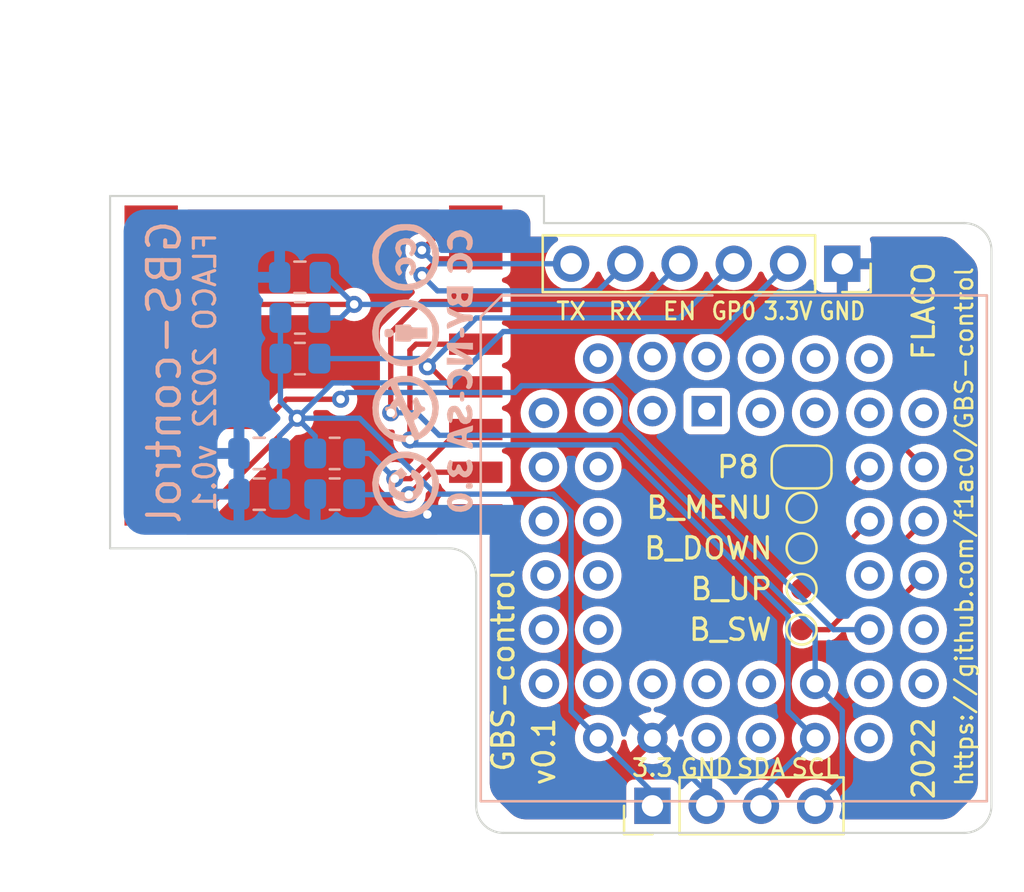
<source format=kicad_pcb>
(kicad_pcb (version 20221018) (generator pcbnew)
  (title_block (title "GBS-control board") (date "2022-10-22") (rev "0.1") (company "FLACO 2022 CC-BY-NC-SA"))
  (layers (0 "F.Cu" signal) (31 "B.Cu" signal) (34 "B.Paste" user) (35 "F.Paste" user) (36 "B.SilkS" user "B.Silkscreen") (37 "F.SilkS" user "F.Silkscreen") (38 "B.Mask" user) (39 "F.Mask" user) (44 "Edge.Cuts" user))
  (net 0 "")
  (net 19 "+3.3V")
  (net 20 "/GPIO0")
  (net 21 "/EN")
  (net 22 "/TXD0")
  (net 23 "/RXD0")
  (net 24 "GND")
  (net 25 "/DISABLE")
  (net 26 "/B_UP")
  (net 27 "/B_DOWN")
  (net 28 "/B_SW")
  (net 29 "/B_MENU")
  (net 30 "/RESET")
  (net 31 "/DEBUG")
  (net 32 "/SDA")
  (net 33 "/SCL")
  (net 39 "/GPIO15")
  (net 40 "/GPIO2")
  (footprint "TestPoint:TestPoint_Pad_D1.0mm" (layer "F.Cu") (at 145.415 90.805)
    (fp_text reference "TP2" hide)
    (fp_text value "B_DOWN")
    (pad "1" smd circle (at 0 0) (size 1 1) (layers "F.Cu" "F.Mask") (net 27 "/B_DOWN"))
  )
  (footprint "TestPoint:TestPoint_Pad_D1.0mm" (layer "F.Cu") (at 145.415 94.615)
    (fp_text reference "TP3" hide)
    (fp_text value "B_SW")
    (pad "1" smd circle (at 0 0) (size 1 1) (layers "F.Cu" "F.Mask") (net 28 "/B_SW"))
  )
  (footprint "Connector_PinSocket_2.54mm:PinSocket_1x06_P2.54mm_Vertical" (layer "F.Cu") (at 147.32 77.47 -90)
    (fp_text reference "J1" hide)
    (fp_text value "PROG")
    (pad "1" thru_hole rect (at 0 0 270) (size 1.7 1.7) (drill 1) (layers "*.Cu" "*.Mask") (net 24 "GND"))
    (pad "2" thru_hole oval (at 0 2.54 270) (size 1.7 1.7) (drill 1) (layers "*.Cu" "*.Mask") (net 19 "+3.3V"))
    (pad "3" thru_hole oval (at 0 5.08 270) (size 1.7 1.7) (drill 1) (layers "*.Cu" "*.Mask") (net 20 "/GPIO0"))
    (pad "4" thru_hole oval (at 0 7.62 270) (size 1.7 1.7) (drill 1) (layers "*.Cu" "*.Mask") (net 21 "/EN"))
    (pad "5" thru_hole oval (at 0 10.16 270) (size 1.7 1.7) (drill 1) (layers "*.Cu" "*.Mask") (net 23 "/RXD0"))
    (pad "6" thru_hole oval (at 0 12.7 270) (size 1.7 1.7) (drill 1) (layers "*.Cu" "*.Mask") (net 22 "/TXD0"))
  )
  (footprint "Jumper:SolderJumper-2_P1.3mm_Bridged_RoundedPad1.0x1.5mm" (layer "F.Cu") (at 145.415 86.995 180)
    (fp_text reference "JP1" hide)
    (fp_text value "Jumper_2_Bridged")
    (fp_poly (pts (xy 0.25 -0.3) (xy -0.25 -0.3) (xy -0.25 0.3) (xy 0.25 0.3)) (fill solid) (layer "F.Cu"))
    (pad "1" smd custom (at -0.65 0 180) (size 1 0.5) (layers "F.Cu" "F.Mask") (net 25 "/DISABLE") (options (clearance outline) (anchor rect)) (primitives (gr_circle (center 0 0.25) (end 0.5 0.25) (width 0) (fill yes)) (gr_circle (center 0 -0.25) (end 0.5 -0.25) (width 0) (fill yes)) (gr_poly (pts (xy 0.5 0.75) (xy 0 0.75) (xy 0 -0.75) (xy 0.5 -0.75)) (width 0) (fill yes))))
    (pad "2" smd custom (at 0.65 0 180) (size 1 0.5) (layers "F.Cu" "F.Mask") (net 24 "GND") (options (clearance outline) (anchor rect)) (primitives (gr_circle (center 0 0.25) (end 0.5 0.25) (width 0) (fill yes)) (gr_circle (center 0 -0.25) (end 0.5 -0.25) (width 0) (fill yes)) (gr_poly (pts (xy 0 0.75) (xy -0.5 0.75) (xy -0.5 -0.75) (xy 0 -0.75)) (width 0) (fill yes))))
  )
  (footprint "TestPoint:TestPoint_Pad_D1.0mm" (layer "F.Cu") (at 145.415 88.9)
    (fp_text reference "TP4" hide)
    (fp_text value "B_MENU")
    (pad "1" smd circle (at 0 0) (size 1 1) (layers "F.Cu" "F.Mask") (net 29 "/B_MENU"))
  )
  (footprint "Sassa:ESP-12E_No-bottom-pins" (layer "F.Cu") (at 122.555 78.74)
    (fp_text reference "U2" hide)
    (fp_text value "ESP-12F")
    (pad "1" smd rect (at -7.6 -3.5) (size 2.5 1) (layers "F.Cu" "F.Paste" "F.Mask"))
    (pad "2" smd rect (at -7.6 -1.5) (size 2.5 1) (layers "F.Cu" "F.Paste" "F.Mask"))
    (pad "3" smd rect (at -7.6 0.5) (size 2.5 1) (layers "F.Cu" "F.Paste" "F.Mask") (net 21 "/EN"))
    (pad "4" smd rect (at -7.6 2.5) (size 2.5 1) (layers "F.Cu" "F.Paste" "F.Mask"))
    (pad "5" smd rect (at -7.6 4.5) (size 2.5 1) (layers "F.Cu" "F.Paste" "F.Mask"))
    (pad "6" smd rect (at -7.6 6.5) (size 2.5 1) (layers "F.Cu" "F.Paste" "F.Mask") (net 31 "/DEBUG"))
    (pad "7" smd rect (at -7.6 8.5) (size 2.5 1) (layers "F.Cu" "F.Paste" "F.Mask"))
    (pad "8" smd rect (at -7.6 10.5) (size 2.5 1) (layers "F.Cu" "F.Paste" "F.Mask") (net 19 "+3.3V"))
    (pad "15" smd rect (at 7.6 10.5) (size 2.5 1) (layers "F.Cu" "F.Paste" "F.Mask") (net 24 "GND"))
    (pad "16" smd rect (at 7.6 8.5) (size 2.5 1) (layers "F.Cu" "F.Paste" "F.Mask") (net 39 "/GPIO15"))
    (pad "17" smd rect (at 7.6 6.5) (size 2.5 1) (layers "F.Cu" "F.Paste" "F.Mask") (net 40 "/GPIO2"))
    (pad "18" smd rect (at 7.6 4.5) (size 2.5 1) (layers "F.Cu" "F.Paste" "F.Mask") (net 20 "/GPIO0"))
    (pad "19" smd rect (at 7.6 2.5) (size 2.5 1) (layers "F.Cu" "F.Paste" "F.Mask") (net 32 "/SDA"))
    (pad "20" smd rect (at 7.6 0.5) (size 2.5 1) (layers "F.Cu" "F.Paste" "F.Mask") (net 33 "/SCL"))
    (pad "21" smd rect (at 7.6 -1.5) (size 2.5 1) (layers "F.Cu" "F.Paste" "F.Mask") (net 23 "/RXD0"))
    (pad "22" smd rect (at 7.6 -3.5) (size 2.5 1) (layers "F.Cu" "F.Paste" "F.Mask") (net 22 "/TXD0"))
    (zone (net 0) (net_name "") (layers "*.Cu") (connect_pads (clearance 0)) (min_thickness 0.254)
      (keepout (tracks not_allowed) (vias not_allowed) (pads not_allowed) (copperpour not_allowed) (footprints not_allowed))
      (fill (thermal_gap 0.508) (thermal_bridge_width 0.508))
      (polygon (pts (xy 114.435 73.94) (xy 130.675 73.94) (xy 130.675 66.62) (xy 114.435 66.62)))
    )
  )
  (footprint "Connector_PinHeader_2.54mm:PinHeader_1x04_P2.54mm_Vertical" (layer "F.Cu") (at 138.43 102.87 90)
    (fp_text reference "J2" hide)
    (fp_text value "Clock port")
    (pad "1" thru_hole rect (at 0 0 90) (size 1.7 1.7) (drill 1) (layers "*.Cu" "*.Mask") (net 19 "+3.3V"))
    (pad "2" thru_hole oval (at 0 2.54 90) (size 1.7 1.7) (drill 1) (layers "*.Cu" "*.Mask") (net 24 "GND"))
    (pad "3" thru_hole oval (at 0 5.08 90) (size 1.7 1.7) (drill 1) (layers "*.Cu" "*.Mask") (net 32 "/SDA"))
    (pad "4" thru_hole oval (at 0 7.62 90) (size 1.7 1.7) (drill 1) (layers "*.Cu" "*.Mask") (net 33 "/SCL"))
  )
  (footprint "TestPoint:TestPoint_Pad_D1.0mm" (layer "F.Cu") (at 145.415 92.71)
    (fp_text reference "TP1" hide)
    (fp_text value "B_UP")
    (pad "1" smd circle (at 0 0) (size 1 1) (layers "F.Cu" "F.Mask") (net 26 "/B_UP"))
  )
  (footprint "Capacitor_SMD:C_0805_2012Metric" (layer "B.Cu") (at 120.015 86.36 180)
    (fp_text reference "C1" hide)
    (fp_text value "10u")
    (pad "1" smd roundrect (at -0.95 0 180) (size 1 1.45) (layers "B.Cu" "B.Paste" "B.Mask") (net 19 "+3.3V"))
    (pad "2" smd roundrect (at 0.95 0 180) (size 1 1.45) (layers "B.Cu" "B.Paste" "B.Mask") (net 24 "GND"))
  )
  (footprint "Resistor_SMD:R_0805_2012Metric" (layer "B.Cu") (at 121.92 81.915)
    (fp_text reference "R4" hide)
    (fp_text value "10K")
    (pad "1" smd roundrect (at -0.9125 0) (size 1.025 1.4) (layers "B.Cu" "B.Paste" "B.Mask") (roundrect_rratio 0.243902) (net 19 "+3.3V"))
    (pad "2" smd roundrect (at 0.9125 0) (size 1.025 1.4) (layers "B.Cu" "B.Paste" "B.Mask") (roundrect_rratio 0.243902) (net 20 "/GPIO0"))
  )
  (footprint "Capacitor_SMD:C_0805_2012Metric" (layer "B.Cu") (at 121.92 78.105 180)
    (fp_text reference "C3" hide)
    (fp_text value "100n")
    (pad "1" smd roundrect (at -0.95 0 180) (size 1 1.45) (layers "B.Cu" "B.Paste" "B.Mask") (net 21 "/EN"))
    (pad "2" smd roundrect (at 0.95 0 180) (size 1 1.45) (layers "B.Cu" "B.Paste" "B.Mask") (net 24 "GND"))
  )
  (footprint "Resistor_SMD:R_0805_2012Metric" (layer "B.Cu") (at 123.5475 86.36)
    (fp_text reference "R3" hide)
    (fp_text value "10K")
    (pad "1" smd roundrect (at -0.9125 0) (size 1.025 1.4) (layers "B.Cu" "B.Paste" "B.Mask") (roundrect_rratio 0.243902) (net 19 "+3.3V"))
    (pad "2" smd roundrect (at 0.9125 0) (size 1.025 1.4) (layers "B.Cu" "B.Paste" "B.Mask") (roundrect_rratio 0.243902) (net 40 "/GPIO2"))
  )
  (footprint "Capacitor_SMD:C_0805_2012Metric" (layer "B.Cu") (at 120.015 88.265 180)
    (fp_text reference "C2" hide)
    (fp_text value "100n")
    (pad "1" smd roundrect (at -0.95 0 180) (size 1 1.45) (layers "B.Cu" "B.Paste" "B.Mask") (net 19 "+3.3V"))
    (pad "2" smd roundrect (at 0.95 0 180) (size 1 1.45) (layers "B.Cu" "B.Paste" "B.Mask") (net 24 "GND"))
  )
  (footprint "Sassa:PLCC-44_THT-SocketOnTop" (layer "B.Cu") (at 135.89 92.075 -90)
    (fp_text reference "U1" hide)
    (fp_text value "PLCC-44 socket")
    (pad "1" thru_hole rect (at -7.6962 -5.08 270) (size 1.4224 1.4224) (drill 0.8) (layers "*.Cu" "*.Mask"))
    (pad "2" thru_hole circle (at -10.2362 -5.08 270) (size 1.4224 1.4224) (drill 0.8) (layers "*.Cu" "*.Mask"))
    (pad "3" thru_hole circle (at -7.6962 -2.54 270) (size 1.4224 1.4224) (drill 0.8) (layers "*.Cu" "*.Mask"))
    (pad "4" thru_hole circle (at -10.2362 -2.54 270) (size 1.4224 1.4224) (drill 0.8) (layers "*.Cu" "*.Mask"))
    (pad "5" thru_hole circle (at -7.6962 0 270) (size 1.4224 1.4224) (drill 0.8) (layers "*.Cu" "*.Mask"))
    (pad "6" thru_hole circle (at -10.16 0 270) (size 1.4224 1.4224) (drill 0.8) (layers "*.Cu" "*.Mask"))
    (pad "7" thru_hole circle (at -7.62 2.54 270) (size 1.4224 1.4224) (drill 0.8) (layers "*.Cu" "*.Mask"))
    (pad "8" thru_hole circle (at -5.08 0 270) (size 1.4224 1.4224) (drill 0.8) (layers "*.Cu" "*.Mask"))
    (pad "9" thru_hole circle (at -5.08 2.54 270) (size 1.4224 1.4224) (drill 0.8) (layers "*.Cu" "*.Mask"))
    (pad "10" thru_hole circle (at -2.54 0 270) (size 1.4224 1.4224) (drill 0.8) (layers "*.Cu" "*.Mask"))
    (pad "11" thru_hole circle (at -2.54 2.54 270) (size 1.4224 1.4224) (drill 0.8) (layers "*.Cu" "*.Mask"))
    (pad "12" thru_hole circle (at 0 0 270) (size 1.4224 1.4224) (drill 0.8) (layers "*.Cu" "*.Mask"))
    (pad "13" thru_hole circle (at 0 2.4638 270) (size 1.4224 1.4224) (drill 0.8) (layers "*.Cu" "*.Mask"))
    (pad "14" thru_hole circle (at 2.54 0 270) (size 1.4224 1.4224) (drill 0.8) (layers "*.Cu" "*.Mask"))
    (pad "15" thru_hole circle (at 2.54 2.54 270) (size 1.4224 1.4224) (drill 0.8) (layers "*.Cu" "*.Mask"))
    (pad "16" thru_hole circle (at 5.08 0 270) (size 1.4224 1.4224) (drill 0.8) (layers "*.Cu" "*.Mask"))
    (pad "17" thru_hole circle (at 5.08 2.54 270) (size 1.4224 1.4224) (drill 0.8) (layers "*.Cu" "*.Mask"))
    (pad "18" thru_hole circle (at 7.62 0 270) (size 1.4224 1.4224) (drill 0.8) (layers "*.Cu" "*.Mask") (net 19 "+3.3V"))
    (pad "19" thru_hole circle (at 5.08 -2.54 270) (size 1.4224 1.4224) (drill 0.8) (layers "*.Cu" "*.Mask"))
    (pad "20" thru_hole circle (at 7.62 -2.54 270) (size 1.4224 1.4224) (drill 0.8) (layers "*.Cu" "*.Mask") (net 24 "GND"))
    (pad "21" thru_hole circle (at 5.08 -5.08 270) (size 1.4224 1.4224) (drill 0.8) (layers "*.Cu" "*.Mask"))
    (pad "22" thru_hole circle (at 7.62 -5.08 270) (size 1.4224 1.4224) (drill 0.8) (layers "*.Cu" "*.Mask"))
    (pad "23" thru_hole circle (at 5.08 -7.62 270) (size 1.4224 1.4224) (drill 0.8) (layers "*.Cu" "*.Mask"))
    (pad "24" thru_hole circle (at 7.62 -7.62 270) (size 1.4224 1.4224) (drill 0.8) (layers "*.Cu" "*.Mask"))
    (pad "25" thru_hole circle (at 5.08 -10.16 270) (size 1.4224 1.4224) (drill 0.8) (layers "*.Cu" "*.Mask") (net 33 "/SCL"))
    (pad "26" thru_hole circle (at 7.62 -10.16 270) (size 1.4224 1.4224) (drill 0.8) (layers "*.Cu" "*.Mask") (net 32 "/SDA"))
    (pad "27" thru_hole circle (at 5.08 -12.7 270) (size 1.4224 1.4224) (drill 0.8) (layers "*.Cu" "*.Mask"))
    (pad "28" thru_hole circle (at 7.62 -12.7 270) (size 1.4224 1.4224) (drill 0.8) (layers "*.Cu" "*.Mask"))
    (pad "29" thru_hole circle (at 5.08 -15.24 270) (size 1.4224 1.4224) (drill 0.8) (layers "*.Cu" "*.Mask"))
    (pad "30" thru_hole circle (at 2.54 -12.7 270) (size 1.4224 1.4224) (drill 0.8) (layers "*.Cu" "*.Mask") (net 31 "/DEBUG"))
    (pad "31" thru_hole circle (at 2.54 -15.24 270) (size 1.4224 1.4224) (drill 0.8) (layers "*.Cu" "*.Mask") (net 30 "/RESET"))
    (pad "32" thru_hole circle (at 0 -12.7 270) (size 1.4224 1.4224) (drill 0.8) (layers "*.Cu" "*.Mask"))
    (pad "33" thru_hole circle (at 0 -15.24 270) (size 1.4224 1.4224) (drill 0.8) (layers "*.Cu" "*.Mask") (net 28 "/B_SW"))
    (pad "34" thru_hole circle (at -2.54 -12.7 270) (size 1.4224 1.4224) (drill 0.8) (layers "*.Cu" "*.Mask") (net 27 "/B_DOWN"))
    (pad "35" thru_hole circle (at -2.54 -15.24 270) (size 1.4224 1.4224) (drill 0.8) (layers "*.Cu" "*.Mask") (net 26 "/B_UP"))
    (pad "36" thru_hole circle (at -5.08 -12.7 270) (size 1.4224 1.4224) (drill 0.8) (layers "*.Cu" "*.Mask") (net 29 "/B_MENU"))
    (pad "37" thru_hole circle (at -5.08 -15.24 270) (size 1.4224 1.4224) (drill 0.8) (layers "*.Cu" "*.Mask") (net 25 "/DISABLE"))
    (pad "38" thru_hole circle (at -7.62 -12.7 270) (size 1.4224 1.4224) (drill 0.8) (layers "*.Cu" "*.Mask"))
    (pad "39" thru_hole circle (at -7.62 -15.24 270) (size 1.4224 1.4224) (drill 0.8) (layers "*.Cu" "*.Mask"))
    (pad "40" thru_hole circle (at -10.16 -12.7 270) (size 1.4224 1.4224) (drill 0.8) (layers "*.Cu" "*.Mask"))
    (pad "41" thru_hole circle (at -7.62 -10.16 270) (size 1.4224 1.4224) (drill 0.8) (layers "*.Cu" "*.Mask"))
    (pad "42" thru_hole circle (at -10.16 -10.16 270) (size 1.4224 1.4224) (drill 0.8) (layers "*.Cu" "*.Mask"))
    (pad "43" thru_hole circle (at -7.62 -7.62 270) (size 1.4224 1.4224) (drill 0.8) (layers "*.Cu" "*.Mask"))
    (pad "44" thru_hole circle (at -10.16 -7.62 270) (size 1.4224 1.4224) (drill 0.8) (layers "*.Cu" "*.Mask"))
  )
  (footprint "Sassa:CC_BY_NC_SA_long_silkscreen" (layer "B.Cu") (at 127.635 82.55 -90)
    (fp_text reference "FID1" hide)
    (fp_text value "License" hide)
  )
  (footprint "Resistor_SMD:R_0805_2012Metric" (layer "B.Cu") (at 121.92 80.01)
    (fp_text reference "R1" hide)
    (fp_text value "10K")
    (pad "1" smd roundrect (at -0.9125 0) (size 1.025 1.4) (layers "B.Cu" "B.Paste" "B.Mask") (roundrect_rratio 0.243902) (net 19 "+3.3V"))
    (pad "2" smd roundrect (at 0.9125 0) (size 1.025 1.4) (layers "B.Cu" "B.Paste" "B.Mask") (roundrect_rratio 0.243902) (net 21 "/EN"))
  )
  (footprint "Resistor_SMD:R_0805_2012Metric" (layer "B.Cu") (at 123.5475 88.265 180)
    (fp_text reference "R2" hide)
    (fp_text value "10K")
    (pad "1" smd roundrect (at -0.9125 0 180) (size 1.025 1.4) (layers "B.Cu" "B.Paste" "B.Mask") (roundrect_rratio 0.243902) (net 39 "/GPIO15"))
    (pad "2" smd roundrect (at 0.9125 0 180) (size 1.025 1.4) (layers "B.Cu" "B.Paste" "B.Mask") (roundrect_rratio 0.243902) (net 24 "GND"))
  )
  (gr_arc (start 128.905 90.805) (mid 129.803026 91.176974) (end 130.175 92.075) (stroke (width 0.1)) (layer "Edge.Cuts"))
  (gr_line (start 133.35 75.565) (end 153.035 75.565) (stroke (width 0.1)) (layer "Edge.Cuts"))
  (gr_line (start 131.445 104.14) (end 153.035 104.14) (stroke (width 0.1)) (layer "Edge.Cuts"))
  (gr_arc (start 154.305 102.87) (mid 153.933026 103.768026) (end 153.035 104.14) (stroke (width 0.1)) (layer "Edge.Cuts"))
  (gr_line (start 113.03 74.295) (end 113.03 90.805) (stroke (width 0.1)) (layer "Edge.Cuts"))
  (gr_line (start 133.35 74.295) (end 113.03 74.295) (stroke (width 0.1)) (layer "Edge.Cuts"))
  (gr_arc (start 131.445 104.14) (mid 130.546974 103.768026) (end 130.175 102.87) (stroke (width 0.1)) (layer "Edge.Cuts"))
  (gr_line (start 130.175 92.075) (end 130.175 102.87) (stroke (width 0.1)) (layer "Edge.Cuts"))
  (gr_arc (start 153.035 75.565) (mid 153.933026 75.936974) (end 154.305 76.835) (stroke (width 0.1)) (layer "Edge.Cuts"))
  (gr_line (start 154.305 102.87) (end 154.305 76.835) (stroke (width 0.1)) (layer "Edge.Cuts"))
  (gr_line (start 113.03 90.805) (end 128.905 90.805) (stroke (width 0.1)) (layer "Edge.Cuts"))
  (gr_line (start 133.35 74.295) (end 133.35 75.565) (stroke (width 0.1)) (layer "Edge.Cuts"))
  (gr_text "GBS-control" (at 115.57 82.55 90) (layer "B.SilkS") (effects (font (size 1.5 1.5) (thickness 0.19)) (justify mirror)))
  (gr_text "FLACO 2022 v0.1" (at 117.475 82.55 90) (layer "B.SilkS") (effects (font (size 1 1)) (justify mirror)))
  (gr_text "SCL" (at 146.05 101.092) (layer "F.SilkS") (effects (font (size 0.8 0.8) (thickness 0.13))))
  (gr_text "GP0" (at 142.24 79.6925) (layer "F.SilkS") (effects (font (size 0.8 0.7) (thickness 0.13))))
  (gr_text "FLACO" (at 151.13 79.6925 90) (layer "F.SilkS") (effects (font (size 1 1))))
  (gr_text "B_UP" (at 144.125102 92.71) (layer "F.SilkS") (effects (font (size 1 1)) (justify right)))
  (gr_text "GND" (at 140.97 101.092) (layer "F.SilkS") (effects (font (size 0.8 0.8) (thickness 0.13))))
  (gr_text "EN" (at 139.7 79.6925) (layer "F.SilkS") (effects (font (size 0.8 0.8) (thickness 0.13))))
  (gr_text "3.3V" (at 144.78 79.6925) (layer "F.SilkS") (effects (font (size 0.8 0.7) (thickness 0.13))))
  (gr_text "B_DOWN" (at 144.145 90.805) (layer "F.SilkS") (effects (font (size 1 1)) (justify right)))
  (gr_text "GND" (at 147.32 79.6925) (layer "F.SilkS") (effects (font (size 0.8 0.7) (thickness 0.13))))
  (gr_text "3.3" (at 138.43 101.092) (layer "F.SilkS") (effects (font (size 0.8 0.8) (thickness 0.13))))
  (gr_text "B_SW" (at 144.105204 94.615) (layer "F.SilkS") (effects (font (size 1 1)) (justify right)))
  (gr_text "TX" (at 134.62 79.6925) (layer "F.SilkS") (effects (font (size 0.8 0.8) (thickness 0.13))))
  (gr_text "v0.1" (at 133.35 100.33 90) (layer "F.SilkS") (effects (font (size 1 1))))
  (gr_text "P8" (at 143.51 86.995) (layer "F.SilkS") (effects (font (size 1 1)) (justify right)))
  (gr_text "2022" (at 151.13 100.6475 90) (layer "F.SilkS") (effects (font (size 1 1))))
  (gr_text "SDA" (at 143.51 101.092) (layer "F.SilkS") (effects (font (size 0.8 0.8) (thickness 0.13))))
  (gr_text "B_MENU" (at 144.153678 88.9) (layer "F.SilkS") (effects (font (size 1 1)) (justify right)))
  (gr_text "https://github.com/f1ac0/GBS-control" (at 153.035 89.789 90) (layer "F.SilkS") (effects (font (size 0.8 0.8) (thickness 0.12))))
  (gr_text "GBS-control" (at 131.445 96.52 90) (layer "F.SilkS") (effects (font (size 1 1))))
  (gr_text "RX" (at 137.16 79.6925) (layer "F.SilkS") (effects (font (size 0.8 0.8) (thickness 0.13))))
  (segment (start 115.295 88.9) (end 114.955 89.24) (width 0.25) (layer "F.Cu") (net 19))
  (segment (start 117.602 88.9) (end 115.295 88.9) (width 0.25) (layer "F.Cu") (net 19))
  (segment (start 121.793 84.709) (end 117.602 88.9) (width 0.25) (layer "F.Cu") (net 19))
  (via (at 121.793 84.709) (size 0.8) (drill 0.4) (layers "F.Cu" "B.Cu") (net 19))
  (segment (start 135.89 99.695) (end 138.43 102.235) (width 0.25) (layer "B.Cu") (net 19))
  (segment (start 134.62 89.1006) (end 134.62 98.425) (width 0.25) (layer "B.Cu") (net 19))
  (segment (start 133.7844 88.265) (end 134.62 89.1006) (width 0.25) (layer "B.Cu") (net 19))
  (segment (start 121.793 84.709) (end 124.714 84.709) (width 0.25) (layer "B.Cu") (net 19))
  (segment (start 141.605 80.645) (end 144.78 77.47) (width 0.25) (layer "B.Cu") (net 19))
  (segment (start 128.27 88.265) (end 133.7844 88.265) (width 0.25) (layer "B.Cu") (net 19))
  (segment (start 123.9575 83.0525) (end 129.0375 83.0525) (width 0.25) (layer "B.Cu") (net 19))
  (segment (start 122.635 86.36) (end 122.635 85.551) (width 0.25) (layer "B.Cu") (net 19))
  (segment (start 123.4495 83.0525) (end 123.9575 83.0525) (width 0.25) (layer "B.Cu") (net 19))
  (segment (start 129.0375 83.0525) (end 131.445 80.645) (width 0.25) (layer "B.Cu") (net 19))
  (segment (start 121.793 84.709) (end 123.4495 83.0525) (width 0.25) (layer "B.Cu") (net 19))
  (segment (start 131.445 80.645) (end 141.605 80.645) (width 0.25) (layer "B.Cu") (net 19))
  (segment (start 120.965 85.537) (end 121.793 84.709) (width 0.25) (layer "B.Cu") (net 19))
  (segment (start 121.0075 81.915) (end 121.0075 80.01) (width 0.25) (layer "B.Cu") (net 19))
  (segment (start 121.0075 81.915) (end 121.0075 83.9235) (width 0.25) (layer "B.Cu") (net 19))
  (segment (start 124.714 84.709) (end 128.27 88.265) (width 0.25) (layer "B.Cu") (net 19))
  (segment (start 122.635 85.551) (end 121.793 84.709) (width 0.25) (layer "B.Cu") (net 19))
  (segment (start 121.0075 83.9235) (end 121.793 84.709) (width 0.25) (layer "B.Cu") (net 19))
  (segment (start 134.62 98.425) (end 135.89 99.695) (width 0.25) (layer "B.Cu") (net 19))
  (segment (start 138.43 102.235) (end 138.43 102.87) (width 0.25) (layer "B.Cu") (net 19))
  (segment (start 120.965 88.265) (end 120.965 86.36) (width 0.25) (layer "B.Cu") (net 19))
  (segment (start 120.965 86.36) (end 120.965 85.537) (width 0.25) (layer "B.Cu") (net 19))
  (segment (start 128.96 83.24) (end 130.155 83.24) (width 0.25) (layer "F.Cu") (net 20))
  (segment (start 127.889 82.296) (end 128.016 82.296) (width 0.25) (layer "F.Cu") (net 20))
  (segment (start 128.016 82.296) (end 128.96 83.24) (width 0.25) (layer "F.Cu") (net 20))
  (via (at 127.889 82.296) (size 0.8) (drill 0.4) (layers "F.Cu" "B.Cu") (net 20))
  (segment (start 130.175 80.01) (end 139.7 80.01) (width 0.25) (layer "B.Cu") (net 20))
  (segment (start 127.889 82.296) (end 130.175 80.01) (width 0.25) (layer "B.Cu") (net 20))
  (segment (start 127.508 81.915) (end 127.889 82.296) (width 0.25) (layer "B.Cu") (net 20))
  (segment (start 139.7 80.01) (end 142.24 77.47) (width 0.25) (layer "B.Cu") (net 20))
  (segment (start 122.8325 81.915) (end 127.508 81.915) (width 0.25) (layer "B.Cu") (net 20))
  (segment (start 124.46 79.375) (end 115.09 79.375) (width 0.25) (layer "F.Cu") (net 21))
  (segment (start 115.09 79.375) (end 114.955 79.24) (width 0.25) (layer "F.Cu") (net 21))
  (via (at 124.46 79.375) (size 0.8) (drill 0.4) (layers "F.Cu" "B.Cu") (net 21))
  (segment (start 122.87 78.105) (end 123.19 78.105) (width 0.25) (layer "B.Cu") (net 21))
  (segment (start 123.19 78.105) (end 124.46 79.375) (width 0.25) (layer "B.Cu") (net 21))
  (segment (start 123.825 80.01) (end 124.46 79.375) (width 0.25) (layer "B.Cu") (net 21))
  (segment (start 137.795 79.375) (end 139.7 77.47) (width 0.25) (layer "B.Cu") (net 21))
  (segment (start 124.46 79.375) (end 137.795 79.375) (width 0.25) (layer "B.Cu") (net 21))
  (segment (start 122.8325 80.01) (end 123.825 80.01) (width 0.25) (layer "B.Cu") (net 21))
  (segment (start 127.635 76.835) (end 129.23 75.24) (width 0.25) (layer "F.Cu") (net 22))
  (segment (start 129.23 75.24) (end 130.155 75.24) (width 0.25) (layer "F.Cu") (net 22))
  (via (at 127.635 76.835) (size 0.8) (drill 0.4) (layers "F.Cu" "B.Cu") (net 22))
  (segment (start 128.27 77.47) (end 134.62 77.47) (width 0.25) (layer "B.Cu") (net 22))
  (segment (start 127.635 76.835) (end 128.27 77.47) (width 0.25) (layer "B.Cu") (net 22))
  (segment (start 128.4105 77.24) (end 130.155 77.24) (width 0.25) (layer "F.Cu") (net 23))
  (segment (start 127.635 78.0155) (end 128.4105 77.24) (width 0.25) (layer "F.Cu") (net 23))
  (via (at 127.635 78.0155) (size 0.8) (drill 0.4) (layers "F.Cu" "B.Cu") (net 23))
  (segment (start 128.3595 78.74) (end 135.89 78.74) (width 0.25) (layer "B.Cu") (net 23))
  (segment (start 135.89 78.74) (end 137.16 77.47) (width 0.25) (layer "B.Cu") (net 23))
  (segment (start 127.635 78.0155) (end 128.3595 78.74) (width 0.25) (layer "B.Cu") (net 23))
  (via (at 127.889 89.2175) (size 0.8) (drill 0.4) (layers "F.Cu" "B.Cu") (net 24))
  (segment (start 138.43 99.695) (end 140.97 102.235) (width 0.25) (layer "B.Cu") (net 24))
  (segment (start 140.97 102.235) (end 140.97 102.87) (width 0.25) (layer "B.Cu") (net 24))
  (segment (start 149.86 85.725) (end 147.955 85.725) (width 0.25) (layer "F.Cu") (net 25))
  (segment (start 146.685 86.995) (end 146.065 86.995) (width 0.25) (layer "F.Cu") (net 25))
  (segment (start 151.13 86.995) (end 149.86 85.725) (width 0.25) (layer "F.Cu") (net 25))
  (segment (start 147.955 85.725) (end 146.685 86.995) (width 0.25) (layer "F.Cu") (net 25))
  (segment (start 146.051396 92.71) (end 147.956396 90.805) (width 0.25) (layer "F.Cu") (net 26))
  (segment (start 147.956396 90.805) (end 149.86 90.805) (width 0.25) (layer "F.Cu") (net 26))
  (segment (start 149.86 90.805) (end 151.13 89.535) (width 0.25) (layer "F.Cu") (net 26))
  (segment (start 145.415 92.71) (end 146.051396 92.71) (width 0.25) (layer "F.Cu") (net 26))
  (segment (start 145.415 90.805) (end 147.32 90.805) (width 0.25) (layer "F.Cu") (net 27))
  (segment (start 147.32 90.805) (end 148.59 89.535) (width 0.25) (layer "F.Cu") (net 27))
  (segment (start 147.955 93.345) (end 149.86 93.345) (width 0.25) (layer "F.Cu") (net 28))
  (segment (start 146.685 94.615) (end 147.955 93.345) (width 0.25) (layer "F.Cu") (net 28))
  (segment (start 145.415 94.615) (end 146.685 94.615) (width 0.25) (layer "F.Cu") (net 28))
  (segment (start 149.86 93.345) (end 151.13 92.075) (width 0.25) (layer "F.Cu") (net 28))
  (segment (start 146.685 88.9) (end 148.59 86.995) (width 0.25) (layer "F.Cu") (net 29))
  (segment (start 145.415 88.9) (end 146.685 88.9) (width 0.25) (layer "F.Cu") (net 29))
  (segment (start 121.285 83.82) (end 120.015 85.09) (width 0.25) (layer "F.Cu") (net 31))
  (segment (start 115.105 85.09) (end 114.955 85.24) (width 0.25) (layer "F.Cu") (net 31))
  (segment (start 123.825 83.82) (end 121.285 83.82) (width 0.25) (layer "F.Cu") (net 31))
  (segment (start 120.015 85.09) (end 115.105 85.09) (width 0.25) (layer "F.Cu") (net 31))
  (via (at 123.825 83.82) (size 0.8) (drill 0.4) (layers "F.Cu" "B.Cu") (net 31))
  (segment (start 123.825 83.82) (end 124.1425 83.5025) (width 0.25) (layer "B.Cu") (net 31))
  (segment (start 131.982296 83.5025) (end 132.299796 83.185) (width 0.25) (layer "B.Cu") (net 31))
  (segment (start 137.16 84.870204) (end 146.904796 94.615) (width 0.25) (layer "B.Cu") (net 31))
  (segment (start 146.904796 94.615) (end 148.59 94.615) (width 0.25) (layer "B.Cu") (net 31))
  (segment (start 137.16 83.82) (end 137.16 84.870204) (width 0.25) (layer "B.Cu") (net 31))
  (segment (start 132.299796 83.185) (end 136.525 83.185) (width 0.25) (layer "B.Cu") (net 31))
  (segment (start 124.1425 83.5025) (end 131.982296 83.5025) (width 0.25) (layer "B.Cu") (net 31))
  (segment (start 136.525 83.185) (end 137.16 83.82) (width 0.25) (layer "B.Cu") (net 31))
  (segment (start 127.071755 81.524695) (end 127.35645 81.24) (width 0.25) (layer "F.Cu") (net 32))
  (segment (start 127.071755 85.725) (end 127.071755 81.524695) (width 0.25) (layer "F.Cu") (net 32))
  (segment (start 127.35645 81.24) (end 130.155 81.24) (width 0.25) (layer "F.Cu") (net 32))
  (via (at 127.071755 85.725) (size 0.8) (drill 0.4) (layers "F.Cu" "B.Cu") (net 32))
  (segment (start 127.305555 85.9588) (end 136.7588 85.9588) (width 0.25) (layer "B.Cu") (net 32))
  (segment (start 144.78 98.425) (end 146.05 99.695) (width 0.25) (layer "B.Cu") (net 32))
  (segment (start 144.78 93.98) (end 144.78 98.425) (width 0.25) (layer "B.Cu") (net 32))
  (segment (start 127.071755 85.725) (end 127.305555 85.9588) (width 0.25) (layer "B.Cu") (net 32))
  (segment (start 143.51 102.235) (end 146.05 99.695) (width 0.25) (layer "B.Cu") (net 32))
  (segment (start 143.51 102.87) (end 143.51 102.235) (width 0.25) (layer "B.Cu") (net 32))
  (segment (start 136.7588 85.9588) (end 144.78 93.98) (width 0.25) (layer "B.Cu") (net 32))
  (segment (start 126.1745 80.7005) (end 127.635 79.24) (width 0.25) (layer "F.Cu") (net 33))
  (segment (start 126.1745 84.455) (end 126.1745 80.7005) (width 0.25) (layer "F.Cu") (net 33))
  (segment (start 127.635 79.24) (end 130.155 79.24) (width 0.25) (layer "F.Cu") (net 33))
  (via (at 126.1745 84.455) (size 0.8) (drill 0.4) (layers "F.Cu" "B.Cu") (net 33))
  (segment (start 128.444105 85.5088) (end 136.945196 85.5088) (width 0.25) (layer "B.Cu") (net 33))
  (segment (start 147.32 101.6) (end 146.05 102.87) (width 0.25) (layer "B.Cu") (net 33))
  (segment (start 126.1745 84.455) (end 127.390305 84.455) (width 0.25) (layer "B.Cu") (net 33))
  (segment (start 146.05 94.613604) (end 146.05 97.155) (width 0.25) (layer "B.Cu") (net 33))
  (segment (start 146.05 97.155) (end 147.32 98.425) (width 0.25) (layer "B.Cu") (net 33))
  (segment (start 136.945196 85.5088) (end 146.05 94.613604) (width 0.25) (layer "B.Cu") (net 33))
  (segment (start 147.32 98.425) (end 147.32 101.6) (width 0.25) (layer "B.Cu") (net 33))
  (segment (start 127.390305 84.455) (end 128.444105 85.5088) (width 0.25) (layer "B.Cu") (net 33))
  (segment (start 128.075957 87.24) (end 130.155 87.24) (width 0.25) (layer "F.Cu") (net 39))
  (segment (start 127.023801 88.292156) (end 128.075957 87.24) (width 0.25) (layer "F.Cu") (net 39))
  (via (at 127.023801 88.292156) (size 0.8) (drill 0.4) (layers "F.Cu" "B.Cu") (net 39))
  (segment (start 127.023801 88.292156) (end 124.487156 88.292156) (width 0.25) (layer "B.Cu") (net 39))
  (segment (start 124.487156 88.292156) (end 124.46 88.265) (width 0.25) (layer "B.Cu") (net 39))
  (segment (start 129.405 85.24) (end 130.155 85.24) (width 0.25) (layer "F.Cu") (net 40))
  (segment (start 126.365 87.5405) (end 127.1045 87.5405) (width 0.25) (layer "F.Cu") (net 40))
  (segment (start 127.1045 87.5405) (end 129.405 85.24) (width 0.25) (layer "F.Cu") (net 40))
  (via (at 126.365 87.5405) (size 0.8) (drill 0.4) (layers "F.Cu" "B.Cu") (net 40))
  (segment (start 126.365 87.5405) (end 125.1845 86.36) (width 0.25) (layer "B.Cu") (net 40))
  (segment (start 125.1845 86.36) (end 124.46 86.36) (width 0.25) (layer "B.Cu") (net 40))
  (zone (net 24) (net_name "GND") (layers "F&B.Cu") (connect_pads (clearance 0.381)) (min_thickness 0.254) (fill yes (thermal_gap 0.508) (thermal_bridge_width 0.508) (smoothing fillet) (radius 1))
    (polygon (pts (xy 153.67 102.235) (xy 152.4 103.505) (xy 132.08 103.505) (xy 130.81 102.235) (xy 130.81 90.17) (xy 113.665 90.17) (xy 113.665 74.93) (xy 132.715 74.93) (xy 132.715 76.2) (xy 152.4 76.2) (xy 153.67 77.47)))
  )
)
</source>
